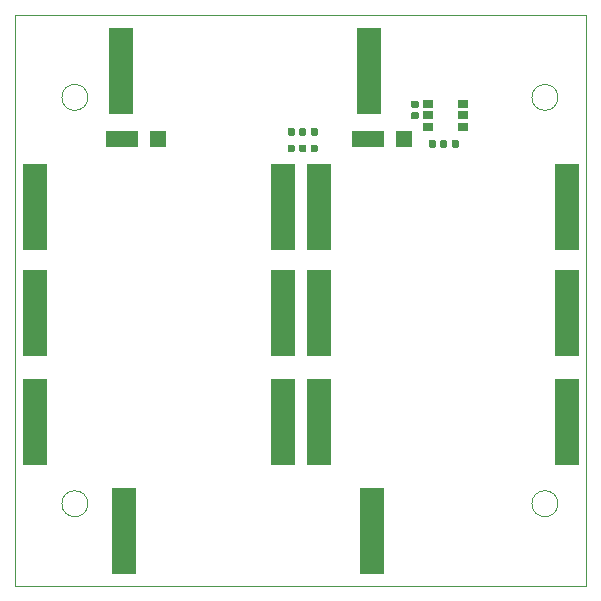
<source format=gtp>
G04 #@! TF.GenerationSoftware,KiCad,Pcbnew,(5.1.4)-1*
G04 #@! TF.CreationDate,2019-10-25T18:14:47-07:00*
G04 #@! TF.ProjectId,SolarCellX_v3,536f6c61-7243-4656-9c6c-585f76332e6b,rev?*
G04 #@! TF.SameCoordinates,Original*
G04 #@! TF.FileFunction,Paste,Top*
G04 #@! TF.FilePolarity,Positive*
%FSLAX46Y46*%
G04 Gerber Fmt 4.6, Leading zero omitted, Abs format (unit mm)*
G04 Created by KiCad (PCBNEW (5.1.4)-1) date 2019-10-25 18:14:47*
%MOMM*%
%LPD*%
G04 APERTURE LIST*
%ADD10C,0.050000*%
%ADD11C,0.100000*%
%ADD12C,0.590000*%
%ADD13R,0.900000X0.700000*%
%ADD14R,2.700000X1.400000*%
%ADD15R,1.400000X1.400000*%
%ADD16R,2.000000X7.400000*%
G04 APERTURE END LIST*
D10*
X96200000Y-47000000D02*
G75*
G03X96200000Y-47000000I-1100000J0D01*
G01*
X96200000Y-81400000D02*
G75*
G03X96200000Y-81400000I-1100000J0D01*
G01*
X136000000Y-81400000D02*
G75*
G03X136000000Y-81400000I-1100000J0D01*
G01*
X136000000Y-47000000D02*
G75*
G03X136000000Y-47000000I-1100000J0D01*
G01*
X90000000Y-88400000D02*
X138400000Y-88400000D01*
X90000000Y-88400000D02*
X90000000Y-40000000D01*
X138400000Y-40000000D02*
X138400000Y-88400000D01*
X90000000Y-40000000D02*
X138400000Y-40000000D01*
D11*
G36*
X114548458Y-49591710D02*
G01*
X114562776Y-49593834D01*
X114576817Y-49597351D01*
X114590446Y-49602228D01*
X114603531Y-49608417D01*
X114615947Y-49615858D01*
X114627573Y-49624481D01*
X114638298Y-49634202D01*
X114648019Y-49644927D01*
X114656642Y-49656553D01*
X114664083Y-49668969D01*
X114670272Y-49682054D01*
X114675149Y-49695683D01*
X114678666Y-49709724D01*
X114680790Y-49724042D01*
X114681500Y-49738500D01*
X114681500Y-50083500D01*
X114680790Y-50097958D01*
X114678666Y-50112276D01*
X114675149Y-50126317D01*
X114670272Y-50139946D01*
X114664083Y-50153031D01*
X114656642Y-50165447D01*
X114648019Y-50177073D01*
X114638298Y-50187798D01*
X114627573Y-50197519D01*
X114615947Y-50206142D01*
X114603531Y-50213583D01*
X114590446Y-50219772D01*
X114576817Y-50224649D01*
X114562776Y-50228166D01*
X114548458Y-50230290D01*
X114534000Y-50231000D01*
X114239000Y-50231000D01*
X114224542Y-50230290D01*
X114210224Y-50228166D01*
X114196183Y-50224649D01*
X114182554Y-50219772D01*
X114169469Y-50213583D01*
X114157053Y-50206142D01*
X114145427Y-50197519D01*
X114134702Y-50187798D01*
X114124981Y-50177073D01*
X114116358Y-50165447D01*
X114108917Y-50153031D01*
X114102728Y-50139946D01*
X114097851Y-50126317D01*
X114094334Y-50112276D01*
X114092210Y-50097958D01*
X114091500Y-50083500D01*
X114091500Y-49738500D01*
X114092210Y-49724042D01*
X114094334Y-49709724D01*
X114097851Y-49695683D01*
X114102728Y-49682054D01*
X114108917Y-49668969D01*
X114116358Y-49656553D01*
X114124981Y-49644927D01*
X114134702Y-49634202D01*
X114145427Y-49624481D01*
X114157053Y-49615858D01*
X114169469Y-49608417D01*
X114182554Y-49602228D01*
X114196183Y-49597351D01*
X114210224Y-49593834D01*
X114224542Y-49591710D01*
X114239000Y-49591000D01*
X114534000Y-49591000D01*
X114548458Y-49591710D01*
X114548458Y-49591710D01*
G37*
D12*
X114386500Y-49911000D03*
D11*
G36*
X115518458Y-49591710D02*
G01*
X115532776Y-49593834D01*
X115546817Y-49597351D01*
X115560446Y-49602228D01*
X115573531Y-49608417D01*
X115585947Y-49615858D01*
X115597573Y-49624481D01*
X115608298Y-49634202D01*
X115618019Y-49644927D01*
X115626642Y-49656553D01*
X115634083Y-49668969D01*
X115640272Y-49682054D01*
X115645149Y-49695683D01*
X115648666Y-49709724D01*
X115650790Y-49724042D01*
X115651500Y-49738500D01*
X115651500Y-50083500D01*
X115650790Y-50097958D01*
X115648666Y-50112276D01*
X115645149Y-50126317D01*
X115640272Y-50139946D01*
X115634083Y-50153031D01*
X115626642Y-50165447D01*
X115618019Y-50177073D01*
X115608298Y-50187798D01*
X115597573Y-50197519D01*
X115585947Y-50206142D01*
X115573531Y-50213583D01*
X115560446Y-50219772D01*
X115546817Y-50224649D01*
X115532776Y-50228166D01*
X115518458Y-50230290D01*
X115504000Y-50231000D01*
X115209000Y-50231000D01*
X115194542Y-50230290D01*
X115180224Y-50228166D01*
X115166183Y-50224649D01*
X115152554Y-50219772D01*
X115139469Y-50213583D01*
X115127053Y-50206142D01*
X115115427Y-50197519D01*
X115104702Y-50187798D01*
X115094981Y-50177073D01*
X115086358Y-50165447D01*
X115078917Y-50153031D01*
X115072728Y-50139946D01*
X115067851Y-50126317D01*
X115064334Y-50112276D01*
X115062210Y-50097958D01*
X115061500Y-50083500D01*
X115061500Y-49738500D01*
X115062210Y-49724042D01*
X115064334Y-49709724D01*
X115067851Y-49695683D01*
X115072728Y-49682054D01*
X115078917Y-49668969D01*
X115086358Y-49656553D01*
X115094981Y-49644927D01*
X115104702Y-49634202D01*
X115115427Y-49624481D01*
X115127053Y-49615858D01*
X115139469Y-49608417D01*
X115152554Y-49602228D01*
X115166183Y-49597351D01*
X115180224Y-49593834D01*
X115194542Y-49591710D01*
X115209000Y-49591000D01*
X115504000Y-49591000D01*
X115518458Y-49591710D01*
X115518458Y-49591710D01*
G37*
D12*
X115356500Y-49911000D03*
D11*
G36*
X113578178Y-49591710D02*
G01*
X113592496Y-49593834D01*
X113606537Y-49597351D01*
X113620166Y-49602228D01*
X113633251Y-49608417D01*
X113645667Y-49615858D01*
X113657293Y-49624481D01*
X113668018Y-49634202D01*
X113677739Y-49644927D01*
X113686362Y-49656553D01*
X113693803Y-49668969D01*
X113699992Y-49682054D01*
X113704869Y-49695683D01*
X113708386Y-49709724D01*
X113710510Y-49724042D01*
X113711220Y-49738500D01*
X113711220Y-50083500D01*
X113710510Y-50097958D01*
X113708386Y-50112276D01*
X113704869Y-50126317D01*
X113699992Y-50139946D01*
X113693803Y-50153031D01*
X113686362Y-50165447D01*
X113677739Y-50177073D01*
X113668018Y-50187798D01*
X113657293Y-50197519D01*
X113645667Y-50206142D01*
X113633251Y-50213583D01*
X113620166Y-50219772D01*
X113606537Y-50224649D01*
X113592496Y-50228166D01*
X113578178Y-50230290D01*
X113563720Y-50231000D01*
X113268720Y-50231000D01*
X113254262Y-50230290D01*
X113239944Y-50228166D01*
X113225903Y-50224649D01*
X113212274Y-50219772D01*
X113199189Y-50213583D01*
X113186773Y-50206142D01*
X113175147Y-50197519D01*
X113164422Y-50187798D01*
X113154701Y-50177073D01*
X113146078Y-50165447D01*
X113138637Y-50153031D01*
X113132448Y-50139946D01*
X113127571Y-50126317D01*
X113124054Y-50112276D01*
X113121930Y-50097958D01*
X113121220Y-50083500D01*
X113121220Y-49738500D01*
X113121930Y-49724042D01*
X113124054Y-49709724D01*
X113127571Y-49695683D01*
X113132448Y-49682054D01*
X113138637Y-49668969D01*
X113146078Y-49656553D01*
X113154701Y-49644927D01*
X113164422Y-49634202D01*
X113175147Y-49624481D01*
X113186773Y-49615858D01*
X113199189Y-49608417D01*
X113212274Y-49602228D01*
X113225903Y-49597351D01*
X113239944Y-49593834D01*
X113254262Y-49591710D01*
X113268720Y-49591000D01*
X113563720Y-49591000D01*
X113578178Y-49591710D01*
X113578178Y-49591710D01*
G37*
D12*
X113416220Y-49911000D03*
D11*
G36*
X114548178Y-49591710D02*
G01*
X114562496Y-49593834D01*
X114576537Y-49597351D01*
X114590166Y-49602228D01*
X114603251Y-49608417D01*
X114615667Y-49615858D01*
X114627293Y-49624481D01*
X114638018Y-49634202D01*
X114647739Y-49644927D01*
X114656362Y-49656553D01*
X114663803Y-49668969D01*
X114669992Y-49682054D01*
X114674869Y-49695683D01*
X114678386Y-49709724D01*
X114680510Y-49724042D01*
X114681220Y-49738500D01*
X114681220Y-50083500D01*
X114680510Y-50097958D01*
X114678386Y-50112276D01*
X114674869Y-50126317D01*
X114669992Y-50139946D01*
X114663803Y-50153031D01*
X114656362Y-50165447D01*
X114647739Y-50177073D01*
X114638018Y-50187798D01*
X114627293Y-50197519D01*
X114615667Y-50206142D01*
X114603251Y-50213583D01*
X114590166Y-50219772D01*
X114576537Y-50224649D01*
X114562496Y-50228166D01*
X114548178Y-50230290D01*
X114533720Y-50231000D01*
X114238720Y-50231000D01*
X114224262Y-50230290D01*
X114209944Y-50228166D01*
X114195903Y-50224649D01*
X114182274Y-50219772D01*
X114169189Y-50213583D01*
X114156773Y-50206142D01*
X114145147Y-50197519D01*
X114134422Y-50187798D01*
X114124701Y-50177073D01*
X114116078Y-50165447D01*
X114108637Y-50153031D01*
X114102448Y-50139946D01*
X114097571Y-50126317D01*
X114094054Y-50112276D01*
X114091930Y-50097958D01*
X114091220Y-50083500D01*
X114091220Y-49738500D01*
X114091930Y-49724042D01*
X114094054Y-49709724D01*
X114097571Y-49695683D01*
X114102448Y-49682054D01*
X114108637Y-49668969D01*
X114116078Y-49656553D01*
X114124701Y-49644927D01*
X114134422Y-49634202D01*
X114145147Y-49624481D01*
X114156773Y-49615858D01*
X114169189Y-49608417D01*
X114182274Y-49602228D01*
X114195903Y-49597351D01*
X114209944Y-49593834D01*
X114224262Y-49591710D01*
X114238720Y-49591000D01*
X114533720Y-49591000D01*
X114548178Y-49591710D01*
X114548178Y-49591710D01*
G37*
D12*
X114386220Y-49911000D03*
D11*
G36*
X114548458Y-50988710D02*
G01*
X114562776Y-50990834D01*
X114576817Y-50994351D01*
X114590446Y-50999228D01*
X114603531Y-51005417D01*
X114615947Y-51012858D01*
X114627573Y-51021481D01*
X114638298Y-51031202D01*
X114648019Y-51041927D01*
X114656642Y-51053553D01*
X114664083Y-51065969D01*
X114670272Y-51079054D01*
X114675149Y-51092683D01*
X114678666Y-51106724D01*
X114680790Y-51121042D01*
X114681500Y-51135500D01*
X114681500Y-51480500D01*
X114680790Y-51494958D01*
X114678666Y-51509276D01*
X114675149Y-51523317D01*
X114670272Y-51536946D01*
X114664083Y-51550031D01*
X114656642Y-51562447D01*
X114648019Y-51574073D01*
X114638298Y-51584798D01*
X114627573Y-51594519D01*
X114615947Y-51603142D01*
X114603531Y-51610583D01*
X114590446Y-51616772D01*
X114576817Y-51621649D01*
X114562776Y-51625166D01*
X114548458Y-51627290D01*
X114534000Y-51628000D01*
X114239000Y-51628000D01*
X114224542Y-51627290D01*
X114210224Y-51625166D01*
X114196183Y-51621649D01*
X114182554Y-51616772D01*
X114169469Y-51610583D01*
X114157053Y-51603142D01*
X114145427Y-51594519D01*
X114134702Y-51584798D01*
X114124981Y-51574073D01*
X114116358Y-51562447D01*
X114108917Y-51550031D01*
X114102728Y-51536946D01*
X114097851Y-51523317D01*
X114094334Y-51509276D01*
X114092210Y-51494958D01*
X114091500Y-51480500D01*
X114091500Y-51135500D01*
X114092210Y-51121042D01*
X114094334Y-51106724D01*
X114097851Y-51092683D01*
X114102728Y-51079054D01*
X114108917Y-51065969D01*
X114116358Y-51053553D01*
X114124981Y-51041927D01*
X114134702Y-51031202D01*
X114145427Y-51021481D01*
X114157053Y-51012858D01*
X114169469Y-51005417D01*
X114182554Y-50999228D01*
X114196183Y-50994351D01*
X114210224Y-50990834D01*
X114224542Y-50988710D01*
X114239000Y-50988000D01*
X114534000Y-50988000D01*
X114548458Y-50988710D01*
X114548458Y-50988710D01*
G37*
D12*
X114386500Y-51308000D03*
D11*
G36*
X115518458Y-50988710D02*
G01*
X115532776Y-50990834D01*
X115546817Y-50994351D01*
X115560446Y-50999228D01*
X115573531Y-51005417D01*
X115585947Y-51012858D01*
X115597573Y-51021481D01*
X115608298Y-51031202D01*
X115618019Y-51041927D01*
X115626642Y-51053553D01*
X115634083Y-51065969D01*
X115640272Y-51079054D01*
X115645149Y-51092683D01*
X115648666Y-51106724D01*
X115650790Y-51121042D01*
X115651500Y-51135500D01*
X115651500Y-51480500D01*
X115650790Y-51494958D01*
X115648666Y-51509276D01*
X115645149Y-51523317D01*
X115640272Y-51536946D01*
X115634083Y-51550031D01*
X115626642Y-51562447D01*
X115618019Y-51574073D01*
X115608298Y-51584798D01*
X115597573Y-51594519D01*
X115585947Y-51603142D01*
X115573531Y-51610583D01*
X115560446Y-51616772D01*
X115546817Y-51621649D01*
X115532776Y-51625166D01*
X115518458Y-51627290D01*
X115504000Y-51628000D01*
X115209000Y-51628000D01*
X115194542Y-51627290D01*
X115180224Y-51625166D01*
X115166183Y-51621649D01*
X115152554Y-51616772D01*
X115139469Y-51610583D01*
X115127053Y-51603142D01*
X115115427Y-51594519D01*
X115104702Y-51584798D01*
X115094981Y-51574073D01*
X115086358Y-51562447D01*
X115078917Y-51550031D01*
X115072728Y-51536946D01*
X115067851Y-51523317D01*
X115064334Y-51509276D01*
X115062210Y-51494958D01*
X115061500Y-51480500D01*
X115061500Y-51135500D01*
X115062210Y-51121042D01*
X115064334Y-51106724D01*
X115067851Y-51092683D01*
X115072728Y-51079054D01*
X115078917Y-51065969D01*
X115086358Y-51053553D01*
X115094981Y-51041927D01*
X115104702Y-51031202D01*
X115115427Y-51021481D01*
X115127053Y-51012858D01*
X115139469Y-51005417D01*
X115152554Y-50999228D01*
X115166183Y-50994351D01*
X115180224Y-50990834D01*
X115194542Y-50988710D01*
X115209000Y-50988000D01*
X115504000Y-50988000D01*
X115518458Y-50988710D01*
X115518458Y-50988710D01*
G37*
D12*
X115356500Y-51308000D03*
D11*
G36*
X113578178Y-50988710D02*
G01*
X113592496Y-50990834D01*
X113606537Y-50994351D01*
X113620166Y-50999228D01*
X113633251Y-51005417D01*
X113645667Y-51012858D01*
X113657293Y-51021481D01*
X113668018Y-51031202D01*
X113677739Y-51041927D01*
X113686362Y-51053553D01*
X113693803Y-51065969D01*
X113699992Y-51079054D01*
X113704869Y-51092683D01*
X113708386Y-51106724D01*
X113710510Y-51121042D01*
X113711220Y-51135500D01*
X113711220Y-51480500D01*
X113710510Y-51494958D01*
X113708386Y-51509276D01*
X113704869Y-51523317D01*
X113699992Y-51536946D01*
X113693803Y-51550031D01*
X113686362Y-51562447D01*
X113677739Y-51574073D01*
X113668018Y-51584798D01*
X113657293Y-51594519D01*
X113645667Y-51603142D01*
X113633251Y-51610583D01*
X113620166Y-51616772D01*
X113606537Y-51621649D01*
X113592496Y-51625166D01*
X113578178Y-51627290D01*
X113563720Y-51628000D01*
X113268720Y-51628000D01*
X113254262Y-51627290D01*
X113239944Y-51625166D01*
X113225903Y-51621649D01*
X113212274Y-51616772D01*
X113199189Y-51610583D01*
X113186773Y-51603142D01*
X113175147Y-51594519D01*
X113164422Y-51584798D01*
X113154701Y-51574073D01*
X113146078Y-51562447D01*
X113138637Y-51550031D01*
X113132448Y-51536946D01*
X113127571Y-51523317D01*
X113124054Y-51509276D01*
X113121930Y-51494958D01*
X113121220Y-51480500D01*
X113121220Y-51135500D01*
X113121930Y-51121042D01*
X113124054Y-51106724D01*
X113127571Y-51092683D01*
X113132448Y-51079054D01*
X113138637Y-51065969D01*
X113146078Y-51053553D01*
X113154701Y-51041927D01*
X113164422Y-51031202D01*
X113175147Y-51021481D01*
X113186773Y-51012858D01*
X113199189Y-51005417D01*
X113212274Y-50999228D01*
X113225903Y-50994351D01*
X113239944Y-50990834D01*
X113254262Y-50988710D01*
X113268720Y-50988000D01*
X113563720Y-50988000D01*
X113578178Y-50988710D01*
X113578178Y-50988710D01*
G37*
D12*
X113416220Y-51308000D03*
D11*
G36*
X114548178Y-50988710D02*
G01*
X114562496Y-50990834D01*
X114576537Y-50994351D01*
X114590166Y-50999228D01*
X114603251Y-51005417D01*
X114615667Y-51012858D01*
X114627293Y-51021481D01*
X114638018Y-51031202D01*
X114647739Y-51041927D01*
X114656362Y-51053553D01*
X114663803Y-51065969D01*
X114669992Y-51079054D01*
X114674869Y-51092683D01*
X114678386Y-51106724D01*
X114680510Y-51121042D01*
X114681220Y-51135500D01*
X114681220Y-51480500D01*
X114680510Y-51494958D01*
X114678386Y-51509276D01*
X114674869Y-51523317D01*
X114669992Y-51536946D01*
X114663803Y-51550031D01*
X114656362Y-51562447D01*
X114647739Y-51574073D01*
X114638018Y-51584798D01*
X114627293Y-51594519D01*
X114615667Y-51603142D01*
X114603251Y-51610583D01*
X114590166Y-51616772D01*
X114576537Y-51621649D01*
X114562496Y-51625166D01*
X114548178Y-51627290D01*
X114533720Y-51628000D01*
X114238720Y-51628000D01*
X114224262Y-51627290D01*
X114209944Y-51625166D01*
X114195903Y-51621649D01*
X114182274Y-51616772D01*
X114169189Y-51610583D01*
X114156773Y-51603142D01*
X114145147Y-51594519D01*
X114134422Y-51584798D01*
X114124701Y-51574073D01*
X114116078Y-51562447D01*
X114108637Y-51550031D01*
X114102448Y-51536946D01*
X114097571Y-51523317D01*
X114094054Y-51509276D01*
X114091930Y-51494958D01*
X114091220Y-51480500D01*
X114091220Y-51135500D01*
X114091930Y-51121042D01*
X114094054Y-51106724D01*
X114097571Y-51092683D01*
X114102448Y-51079054D01*
X114108637Y-51065969D01*
X114116078Y-51053553D01*
X114124701Y-51041927D01*
X114134422Y-51031202D01*
X114145147Y-51021481D01*
X114156773Y-51012858D01*
X114169189Y-51005417D01*
X114182274Y-50999228D01*
X114195903Y-50994351D01*
X114209944Y-50990834D01*
X114224262Y-50988710D01*
X114238720Y-50988000D01*
X114533720Y-50988000D01*
X114548178Y-50988710D01*
X114548178Y-50988710D01*
G37*
D12*
X114386220Y-51308000D03*
D13*
X127942000Y-47564000D03*
X127942000Y-48514000D03*
X127942000Y-49464000D03*
X125042000Y-49464000D03*
X125042000Y-48514000D03*
X125042000Y-47564000D03*
D11*
G36*
X126480958Y-50607710D02*
G01*
X126495276Y-50609834D01*
X126509317Y-50613351D01*
X126522946Y-50618228D01*
X126536031Y-50624417D01*
X126548447Y-50631858D01*
X126560073Y-50640481D01*
X126570798Y-50650202D01*
X126580519Y-50660927D01*
X126589142Y-50672553D01*
X126596583Y-50684969D01*
X126602772Y-50698054D01*
X126607649Y-50711683D01*
X126611166Y-50725724D01*
X126613290Y-50740042D01*
X126614000Y-50754500D01*
X126614000Y-51099500D01*
X126613290Y-51113958D01*
X126611166Y-51128276D01*
X126607649Y-51142317D01*
X126602772Y-51155946D01*
X126596583Y-51169031D01*
X126589142Y-51181447D01*
X126580519Y-51193073D01*
X126570798Y-51203798D01*
X126560073Y-51213519D01*
X126548447Y-51222142D01*
X126536031Y-51229583D01*
X126522946Y-51235772D01*
X126509317Y-51240649D01*
X126495276Y-51244166D01*
X126480958Y-51246290D01*
X126466500Y-51247000D01*
X126171500Y-51247000D01*
X126157042Y-51246290D01*
X126142724Y-51244166D01*
X126128683Y-51240649D01*
X126115054Y-51235772D01*
X126101969Y-51229583D01*
X126089553Y-51222142D01*
X126077927Y-51213519D01*
X126067202Y-51203798D01*
X126057481Y-51193073D01*
X126048858Y-51181447D01*
X126041417Y-51169031D01*
X126035228Y-51155946D01*
X126030351Y-51142317D01*
X126026834Y-51128276D01*
X126024710Y-51113958D01*
X126024000Y-51099500D01*
X126024000Y-50754500D01*
X126024710Y-50740042D01*
X126026834Y-50725724D01*
X126030351Y-50711683D01*
X126035228Y-50698054D01*
X126041417Y-50684969D01*
X126048858Y-50672553D01*
X126057481Y-50660927D01*
X126067202Y-50650202D01*
X126077927Y-50640481D01*
X126089553Y-50631858D01*
X126101969Y-50624417D01*
X126115054Y-50618228D01*
X126128683Y-50613351D01*
X126142724Y-50609834D01*
X126157042Y-50607710D01*
X126171500Y-50607000D01*
X126466500Y-50607000D01*
X126480958Y-50607710D01*
X126480958Y-50607710D01*
G37*
D12*
X126319000Y-50927000D03*
D11*
G36*
X125510958Y-50607710D02*
G01*
X125525276Y-50609834D01*
X125539317Y-50613351D01*
X125552946Y-50618228D01*
X125566031Y-50624417D01*
X125578447Y-50631858D01*
X125590073Y-50640481D01*
X125600798Y-50650202D01*
X125610519Y-50660927D01*
X125619142Y-50672553D01*
X125626583Y-50684969D01*
X125632772Y-50698054D01*
X125637649Y-50711683D01*
X125641166Y-50725724D01*
X125643290Y-50740042D01*
X125644000Y-50754500D01*
X125644000Y-51099500D01*
X125643290Y-51113958D01*
X125641166Y-51128276D01*
X125637649Y-51142317D01*
X125632772Y-51155946D01*
X125626583Y-51169031D01*
X125619142Y-51181447D01*
X125610519Y-51193073D01*
X125600798Y-51203798D01*
X125590073Y-51213519D01*
X125578447Y-51222142D01*
X125566031Y-51229583D01*
X125552946Y-51235772D01*
X125539317Y-51240649D01*
X125525276Y-51244166D01*
X125510958Y-51246290D01*
X125496500Y-51247000D01*
X125201500Y-51247000D01*
X125187042Y-51246290D01*
X125172724Y-51244166D01*
X125158683Y-51240649D01*
X125145054Y-51235772D01*
X125131969Y-51229583D01*
X125119553Y-51222142D01*
X125107927Y-51213519D01*
X125097202Y-51203798D01*
X125087481Y-51193073D01*
X125078858Y-51181447D01*
X125071417Y-51169031D01*
X125065228Y-51155946D01*
X125060351Y-51142317D01*
X125056834Y-51128276D01*
X125054710Y-51113958D01*
X125054000Y-51099500D01*
X125054000Y-50754500D01*
X125054710Y-50740042D01*
X125056834Y-50725724D01*
X125060351Y-50711683D01*
X125065228Y-50698054D01*
X125071417Y-50684969D01*
X125078858Y-50672553D01*
X125087481Y-50660927D01*
X125097202Y-50650202D01*
X125107927Y-50640481D01*
X125119553Y-50631858D01*
X125131969Y-50624417D01*
X125145054Y-50618228D01*
X125158683Y-50613351D01*
X125172724Y-50609834D01*
X125187042Y-50607710D01*
X125201500Y-50607000D01*
X125496500Y-50607000D01*
X125510958Y-50607710D01*
X125510958Y-50607710D01*
G37*
D12*
X125349000Y-50927000D03*
D11*
G36*
X127456458Y-50607710D02*
G01*
X127470776Y-50609834D01*
X127484817Y-50613351D01*
X127498446Y-50618228D01*
X127511531Y-50624417D01*
X127523947Y-50631858D01*
X127535573Y-50640481D01*
X127546298Y-50650202D01*
X127556019Y-50660927D01*
X127564642Y-50672553D01*
X127572083Y-50684969D01*
X127578272Y-50698054D01*
X127583149Y-50711683D01*
X127586666Y-50725724D01*
X127588790Y-50740042D01*
X127589500Y-50754500D01*
X127589500Y-51099500D01*
X127588790Y-51113958D01*
X127586666Y-51128276D01*
X127583149Y-51142317D01*
X127578272Y-51155946D01*
X127572083Y-51169031D01*
X127564642Y-51181447D01*
X127556019Y-51193073D01*
X127546298Y-51203798D01*
X127535573Y-51213519D01*
X127523947Y-51222142D01*
X127511531Y-51229583D01*
X127498446Y-51235772D01*
X127484817Y-51240649D01*
X127470776Y-51244166D01*
X127456458Y-51246290D01*
X127442000Y-51247000D01*
X127147000Y-51247000D01*
X127132542Y-51246290D01*
X127118224Y-51244166D01*
X127104183Y-51240649D01*
X127090554Y-51235772D01*
X127077469Y-51229583D01*
X127065053Y-51222142D01*
X127053427Y-51213519D01*
X127042702Y-51203798D01*
X127032981Y-51193073D01*
X127024358Y-51181447D01*
X127016917Y-51169031D01*
X127010728Y-51155946D01*
X127005851Y-51142317D01*
X127002334Y-51128276D01*
X127000210Y-51113958D01*
X126999500Y-51099500D01*
X126999500Y-50754500D01*
X127000210Y-50740042D01*
X127002334Y-50725724D01*
X127005851Y-50711683D01*
X127010728Y-50698054D01*
X127016917Y-50684969D01*
X127024358Y-50672553D01*
X127032981Y-50660927D01*
X127042702Y-50650202D01*
X127053427Y-50640481D01*
X127065053Y-50631858D01*
X127077469Y-50624417D01*
X127090554Y-50618228D01*
X127104183Y-50613351D01*
X127118224Y-50609834D01*
X127132542Y-50607710D01*
X127147000Y-50607000D01*
X127442000Y-50607000D01*
X127456458Y-50607710D01*
X127456458Y-50607710D01*
G37*
D12*
X127294500Y-50927000D03*
D11*
G36*
X126486458Y-50607710D02*
G01*
X126500776Y-50609834D01*
X126514817Y-50613351D01*
X126528446Y-50618228D01*
X126541531Y-50624417D01*
X126553947Y-50631858D01*
X126565573Y-50640481D01*
X126576298Y-50650202D01*
X126586019Y-50660927D01*
X126594642Y-50672553D01*
X126602083Y-50684969D01*
X126608272Y-50698054D01*
X126613149Y-50711683D01*
X126616666Y-50725724D01*
X126618790Y-50740042D01*
X126619500Y-50754500D01*
X126619500Y-51099500D01*
X126618790Y-51113958D01*
X126616666Y-51128276D01*
X126613149Y-51142317D01*
X126608272Y-51155946D01*
X126602083Y-51169031D01*
X126594642Y-51181447D01*
X126586019Y-51193073D01*
X126576298Y-51203798D01*
X126565573Y-51213519D01*
X126553947Y-51222142D01*
X126541531Y-51229583D01*
X126528446Y-51235772D01*
X126514817Y-51240649D01*
X126500776Y-51244166D01*
X126486458Y-51246290D01*
X126472000Y-51247000D01*
X126177000Y-51247000D01*
X126162542Y-51246290D01*
X126148224Y-51244166D01*
X126134183Y-51240649D01*
X126120554Y-51235772D01*
X126107469Y-51229583D01*
X126095053Y-51222142D01*
X126083427Y-51213519D01*
X126072702Y-51203798D01*
X126062981Y-51193073D01*
X126054358Y-51181447D01*
X126046917Y-51169031D01*
X126040728Y-51155946D01*
X126035851Y-51142317D01*
X126032334Y-51128276D01*
X126030210Y-51113958D01*
X126029500Y-51099500D01*
X126029500Y-50754500D01*
X126030210Y-50740042D01*
X126032334Y-50725724D01*
X126035851Y-50711683D01*
X126040728Y-50698054D01*
X126046917Y-50684969D01*
X126054358Y-50672553D01*
X126062981Y-50660927D01*
X126072702Y-50650202D01*
X126083427Y-50640481D01*
X126095053Y-50631858D01*
X126107469Y-50624417D01*
X126120554Y-50618228D01*
X126134183Y-50613351D01*
X126148224Y-50609834D01*
X126162542Y-50607710D01*
X126177000Y-50607000D01*
X126472000Y-50607000D01*
X126486458Y-50607710D01*
X126486458Y-50607710D01*
G37*
D12*
X126324500Y-50927000D03*
D11*
G36*
X124075458Y-47290210D02*
G01*
X124089776Y-47292334D01*
X124103817Y-47295851D01*
X124117446Y-47300728D01*
X124130531Y-47306917D01*
X124142947Y-47314358D01*
X124154573Y-47322981D01*
X124165298Y-47332702D01*
X124175019Y-47343427D01*
X124183642Y-47355053D01*
X124191083Y-47367469D01*
X124197272Y-47380554D01*
X124202149Y-47394183D01*
X124205666Y-47408224D01*
X124207790Y-47422542D01*
X124208500Y-47437000D01*
X124208500Y-47732000D01*
X124207790Y-47746458D01*
X124205666Y-47760776D01*
X124202149Y-47774817D01*
X124197272Y-47788446D01*
X124191083Y-47801531D01*
X124183642Y-47813947D01*
X124175019Y-47825573D01*
X124165298Y-47836298D01*
X124154573Y-47846019D01*
X124142947Y-47854642D01*
X124130531Y-47862083D01*
X124117446Y-47868272D01*
X124103817Y-47873149D01*
X124089776Y-47876666D01*
X124075458Y-47878790D01*
X124061000Y-47879500D01*
X123716000Y-47879500D01*
X123701542Y-47878790D01*
X123687224Y-47876666D01*
X123673183Y-47873149D01*
X123659554Y-47868272D01*
X123646469Y-47862083D01*
X123634053Y-47854642D01*
X123622427Y-47846019D01*
X123611702Y-47836298D01*
X123601981Y-47825573D01*
X123593358Y-47813947D01*
X123585917Y-47801531D01*
X123579728Y-47788446D01*
X123574851Y-47774817D01*
X123571334Y-47760776D01*
X123569210Y-47746458D01*
X123568500Y-47732000D01*
X123568500Y-47437000D01*
X123569210Y-47422542D01*
X123571334Y-47408224D01*
X123574851Y-47394183D01*
X123579728Y-47380554D01*
X123585917Y-47367469D01*
X123593358Y-47355053D01*
X123601981Y-47343427D01*
X123611702Y-47332702D01*
X123622427Y-47322981D01*
X123634053Y-47314358D01*
X123646469Y-47306917D01*
X123659554Y-47300728D01*
X123673183Y-47295851D01*
X123687224Y-47292334D01*
X123701542Y-47290210D01*
X123716000Y-47289500D01*
X124061000Y-47289500D01*
X124075458Y-47290210D01*
X124075458Y-47290210D01*
G37*
D12*
X123888500Y-47584500D03*
D11*
G36*
X124075458Y-48260210D02*
G01*
X124089776Y-48262334D01*
X124103817Y-48265851D01*
X124117446Y-48270728D01*
X124130531Y-48276917D01*
X124142947Y-48284358D01*
X124154573Y-48292981D01*
X124165298Y-48302702D01*
X124175019Y-48313427D01*
X124183642Y-48325053D01*
X124191083Y-48337469D01*
X124197272Y-48350554D01*
X124202149Y-48364183D01*
X124205666Y-48378224D01*
X124207790Y-48392542D01*
X124208500Y-48407000D01*
X124208500Y-48702000D01*
X124207790Y-48716458D01*
X124205666Y-48730776D01*
X124202149Y-48744817D01*
X124197272Y-48758446D01*
X124191083Y-48771531D01*
X124183642Y-48783947D01*
X124175019Y-48795573D01*
X124165298Y-48806298D01*
X124154573Y-48816019D01*
X124142947Y-48824642D01*
X124130531Y-48832083D01*
X124117446Y-48838272D01*
X124103817Y-48843149D01*
X124089776Y-48846666D01*
X124075458Y-48848790D01*
X124061000Y-48849500D01*
X123716000Y-48849500D01*
X123701542Y-48848790D01*
X123687224Y-48846666D01*
X123673183Y-48843149D01*
X123659554Y-48838272D01*
X123646469Y-48832083D01*
X123634053Y-48824642D01*
X123622427Y-48816019D01*
X123611702Y-48806298D01*
X123601981Y-48795573D01*
X123593358Y-48783947D01*
X123585917Y-48771531D01*
X123579728Y-48758446D01*
X123574851Y-48744817D01*
X123571334Y-48730776D01*
X123569210Y-48716458D01*
X123568500Y-48702000D01*
X123568500Y-48407000D01*
X123569210Y-48392542D01*
X123571334Y-48378224D01*
X123574851Y-48364183D01*
X123579728Y-48350554D01*
X123585917Y-48337469D01*
X123593358Y-48325053D01*
X123601981Y-48313427D01*
X123611702Y-48302702D01*
X123622427Y-48292981D01*
X123634053Y-48284358D01*
X123646469Y-48276917D01*
X123659554Y-48270728D01*
X123673183Y-48265851D01*
X123687224Y-48262334D01*
X123701542Y-48260210D01*
X123716000Y-48259500D01*
X124061000Y-48259500D01*
X124075458Y-48260210D01*
X124075458Y-48260210D01*
G37*
D12*
X123888500Y-48554500D03*
D14*
X99066500Y-50500000D03*
D15*
X102116500Y-50500000D03*
X123008000Y-50500000D03*
D14*
X119958000Y-50500000D03*
D16*
X120250000Y-83750000D03*
X99250000Y-83750000D03*
X136750000Y-74500000D03*
X115750000Y-74500000D03*
X136750000Y-65250000D03*
X115750000Y-65250000D03*
X136750000Y-56250000D03*
X115750000Y-56250000D03*
X120000000Y-44750000D03*
X99000000Y-44750000D03*
X112750000Y-56250000D03*
X91750000Y-56250000D03*
X112750000Y-65250000D03*
X91750000Y-65250000D03*
X112750000Y-74500000D03*
X91750000Y-74500000D03*
M02*

</source>
